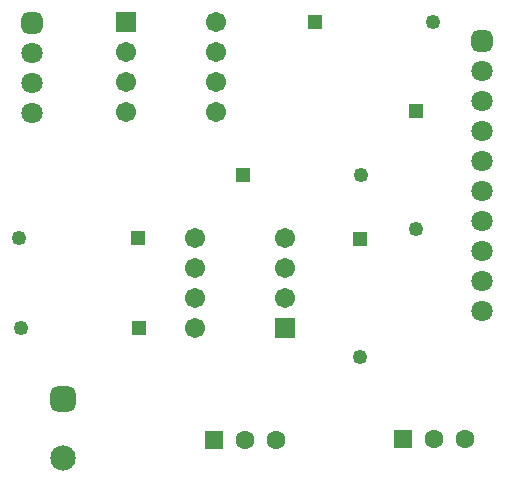
<source format=gbr>
%TF.GenerationSoftware,Altium Limited,Altium Designer,24.10.1 (45)*%
G04 Layer_Color=16711935*
%FSLAX45Y45*%
%MOMM*%
%TF.SameCoordinates,47669921-03A9-45D4-BEC5-7B78C51FF8BB*%
%TF.FilePolarity,Negative*%
%TF.FileFunction,Soldermask,Bot*%
%TF.Part,Single*%
G01*
G75*
%TA.AperFunction,ComponentPad*%
%ADD19C,1.25000*%
%ADD20R,1.25000X1.25000*%
%ADD21R,1.25000X1.25000*%
%ADD26C,1.80320*%
G04:AMPARAMS|DCode=27|XSize=1.8032mm|YSize=1.8032mm|CornerRadius=0.5016mm|HoleSize=0mm|Usage=FLASHONLY|Rotation=270.000|XOffset=0mm|YOffset=0mm|HoleType=Round|Shape=RoundedRectangle|*
%AMROUNDEDRECTD27*
21,1,1.80320,0.80000,0,0,270.0*
21,1,0.80000,1.80320,0,0,270.0*
1,1,1.00320,-0.40000,-0.40000*
1,1,1.00320,-0.40000,0.40000*
1,1,1.00320,0.40000,0.40000*
1,1,1.00320,0.40000,-0.40000*
%
%ADD27ROUNDEDRECTD27*%
G04:AMPARAMS|DCode=28|XSize=2.1532mm|YSize=2.1532mm|CornerRadius=0.5891mm|HoleSize=0mm|Usage=FLASHONLY|Rotation=270.000|XOffset=0mm|YOffset=0mm|HoleType=Round|Shape=RoundedRectangle|*
%AMROUNDEDRECTD28*
21,1,2.15320,0.97500,0,0,270.0*
21,1,0.97500,2.15320,0,0,270.0*
1,1,1.17820,-0.48750,-0.48750*
1,1,1.17820,-0.48750,0.48750*
1,1,1.17820,0.48750,0.48750*
1,1,1.17820,0.48750,-0.48750*
%
%ADD28ROUNDEDRECTD28*%
%ADD29C,2.15320*%
%ADD30R,1.60320X1.60320*%
%ADD31C,1.60320*%
%ADD32C,1.70320*%
%ADD33R,1.70320X1.70320*%
D19*
X3052700Y2717800D02*
D03*
X3048000Y1176400D02*
D03*
X3662300Y4013200D02*
D03*
X173100Y1422400D02*
D03*
X160400Y2184400D02*
D03*
X3517900Y2255900D02*
D03*
D20*
X2052700Y2717800D02*
D03*
X2662300Y4013200D02*
D03*
X1173100Y1422400D02*
D03*
X1160400Y2184400D02*
D03*
D21*
X3048000Y2176400D02*
D03*
X3517900Y3255900D02*
D03*
D26*
X266700Y3238500D02*
D03*
Y3492500D02*
D03*
Y3746500D02*
D03*
X4076700Y2070100D02*
D03*
Y2324100D02*
D03*
Y2832100D02*
D03*
Y3340100D02*
D03*
Y3594100D02*
D03*
Y3086100D02*
D03*
Y2578100D02*
D03*
Y1816100D02*
D03*
Y1562100D02*
D03*
D27*
X266700Y4000500D02*
D03*
X4076700Y3848100D02*
D03*
D28*
X533400Y821500D02*
D03*
D29*
Y321501D02*
D03*
D30*
X3410300Y482600D02*
D03*
X1810100Y469900D02*
D03*
D31*
X3930300Y482600D02*
D03*
X3670300D02*
D03*
X2330100Y469900D02*
D03*
X2070100D02*
D03*
D32*
X1651000Y2184400D02*
D03*
Y1930400D02*
D03*
Y1676400D02*
D03*
Y1422400D02*
D03*
X2413000Y2184400D02*
D03*
Y1930400D02*
D03*
Y1676400D02*
D03*
X1828800Y3251200D02*
D03*
Y3505200D02*
D03*
Y3759200D02*
D03*
Y4013200D02*
D03*
X1066800Y3251200D02*
D03*
Y3505200D02*
D03*
Y3759200D02*
D03*
D33*
X2413000Y1422400D02*
D03*
X1066800Y4013200D02*
D03*
%TF.MD5,aac33b21d34ff7d8e80aacdd742b19a9*%
M02*

</source>
